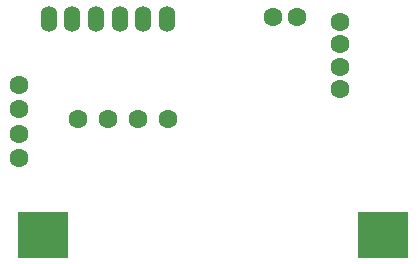
<source format=gbs>
G04 Layer: BottomSolderMaskLayer*
G04 EasyEDA v6.5.40, 2024-06-15 16:39:10*
G04 e63031535b224d068feaf967c7116de5,10*
G04 Gerber Generator version 0.2*
G04 Scale: 100 percent, Rotated: No, Reflected: No *
G04 Dimensions in millimeters *
G04 leading zeros omitted , absolute positions ,4 integer and 5 decimal *
%FSLAX45Y45*%
%MOMM*%

%AMMACRO1*1,1,$1,$2,$3*1,1,$1,$4,$5*1,1,$1,0-$2,0-$3*1,1,$1,0-$4,0-$5*20,1,$1,$2,$3,$4,$5,0*20,1,$1,$4,$5,0-$2,0-$3,0*20,1,$1,0-$2,0-$3,0-$4,0-$5,0*20,1,$1,0-$4,0-$5,$2,$3,0*4,1,4,$2,$3,$4,$5,0-$2,0-$3,0-$4,0-$5,$2,$3,0*%
%ADD10C,1.6016*%
%ADD11O,1.4031976X2.2031959999999997*%
%ADD12MACRO1,0.1016X-2.1X-1.9X2.1X-1.9*%

%LPD*%
D10*
G01*
X10363200Y7175500D03*
G01*
X10363200Y6985000D03*
G01*
X10363200Y6794500D03*
G01*
X10363200Y6604000D03*
G01*
X8394700Y6350000D03*
G01*
X8648700Y6350000D03*
G01*
X8902700Y6350000D03*
G01*
X8140700Y6350000D03*
G01*
X9791700Y7213600D03*
G01*
X9994900Y7213600D03*
G01*
X7645400Y6019800D03*
G01*
X7645400Y6223000D03*
G01*
X7645400Y6438900D03*
G01*
X7645400Y6642100D03*
D11*
G01*
X8894699Y7200900D03*
G01*
X8694699Y7200900D03*
G01*
X8494699Y7200900D03*
G01*
X8294700Y7200900D03*
G01*
X8094700Y7200900D03*
G01*
X7894700Y7200900D03*
D12*
G01*
X10722203Y5372100D03*
G01*
X7845196Y5372100D03*
M02*

</source>
